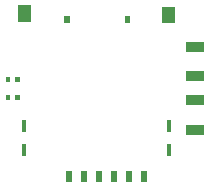
<source format=gbp>
G04 (created by PCBNEW (22-Jun-2014 BZR 4027)-stable) date Tue 25 Nov 2014 21:51:54 CET*
%MOIN*%
G04 Gerber Fmt 3.4, Leading zero omitted, Abs format*
%FSLAX34Y34*%
G01*
G70*
G90*
G04 APERTURE LIST*
%ADD10C,0.00590551*%
%ADD11R,0.06296X0.03776*%
G04 APERTURE END LIST*
G54D10*
G54D11*
X1825Y-393D03*
X1825Y401D03*
X1825Y-1377D03*
X1825Y1379D03*
G54D10*
G36*
X-4034Y221D02*
X-4175Y221D01*
X-4175Y378D01*
X-4034Y378D01*
X-4034Y221D01*
X-4034Y221D01*
G37*
G36*
X-4034Y-378D02*
X-4175Y-378D01*
X-4175Y-221D01*
X-4034Y-221D01*
X-4034Y-378D01*
X-4034Y-378D01*
G37*
G36*
X-4354Y221D02*
X-4495Y221D01*
X-4495Y378D01*
X-4354Y378D01*
X-4354Y221D01*
X-4354Y221D01*
G37*
G36*
X-4354Y-378D02*
X-4495Y-378D01*
X-4495Y-221D01*
X-4354Y-221D01*
X-4354Y-378D01*
X-4354Y-378D01*
G37*
G36*
X-280Y-3106D02*
X-485Y-3106D01*
X-485Y-2743D01*
X-280Y-2743D01*
X-280Y-3106D01*
X-280Y-3106D01*
G37*
G36*
X211Y-3106D02*
X6Y-3106D01*
X6Y-2743D01*
X211Y-2743D01*
X211Y-3106D01*
X211Y-3106D01*
G37*
G36*
X-782Y-3106D02*
X-987Y-3106D01*
X-987Y-2743D01*
X-782Y-2743D01*
X-782Y-3106D01*
X-782Y-3106D01*
G37*
G36*
X-1284Y-3106D02*
X-1489Y-3106D01*
X-1489Y-2743D01*
X-1284Y-2743D01*
X-1284Y-3106D01*
X-1284Y-3106D01*
G37*
G36*
X-1786Y-3106D02*
X-1991Y-3106D01*
X-1991Y-2743D01*
X-1786Y-2743D01*
X-1786Y-3106D01*
X-1786Y-3106D01*
G37*
G36*
X-2288Y-3106D02*
X-2493Y-3106D01*
X-2493Y-2743D01*
X-2288Y-2743D01*
X-2288Y-3106D01*
X-2288Y-3106D01*
G37*
G36*
X1015Y-2253D02*
X874Y-2253D01*
X874Y-1844D01*
X1015Y-1844D01*
X1015Y-2253D01*
X1015Y-2253D01*
G37*
G36*
X1015Y-1465D02*
X874Y-1465D01*
X874Y-1056D01*
X1015Y-1056D01*
X1015Y-1465D01*
X1015Y-1465D01*
G37*
G36*
X-3826Y-1465D02*
X-3967Y-1465D01*
X-3967Y-1056D01*
X-3826Y-1056D01*
X-3826Y-1465D01*
X-3826Y-1465D01*
G37*
G36*
X-3826Y-2253D02*
X-3967Y-2253D01*
X-3967Y-1844D01*
X-3826Y-1844D01*
X-3826Y-2253D01*
X-3826Y-2253D01*
G37*
G36*
X1146Y2191D02*
X705Y2191D01*
X705Y2726D01*
X1146Y2726D01*
X1146Y2191D01*
X1146Y2191D01*
G37*
G36*
X-3656Y2231D02*
X-4097Y2231D01*
X-4097Y2766D01*
X-3656Y2766D01*
X-3656Y2231D01*
X-3656Y2231D01*
G37*
G36*
X-366Y2176D02*
X-537Y2176D01*
X-537Y2428D01*
X-366Y2428D01*
X-366Y2176D01*
X-366Y2176D01*
G37*
G36*
X-2374Y2176D02*
X-2545Y2176D01*
X-2545Y2428D01*
X-2374Y2428D01*
X-2374Y2176D01*
X-2374Y2176D01*
G37*
M02*

</source>
